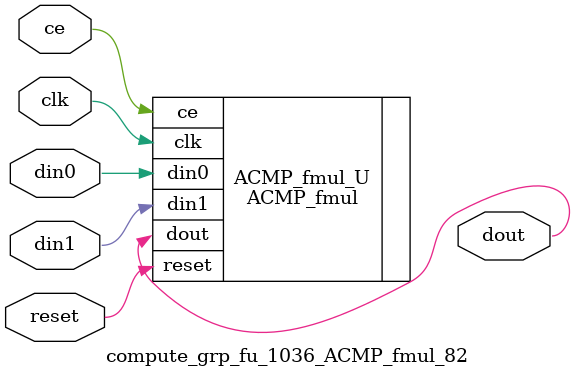
<source format=v>

`timescale 1 ns / 1 ps
module compute_grp_fu_1036_ACMP_fmul_82(
    clk,
    reset,
    ce,
    din0,
    din1,
    dout);

parameter ID = 32'd1;
parameter NUM_STAGE = 32'd1;
parameter din0_WIDTH = 32'd1;
parameter din1_WIDTH = 32'd1;
parameter dout_WIDTH = 32'd1;
input clk;
input reset;
input ce;
input[din0_WIDTH - 1:0] din0;
input[din1_WIDTH - 1:0] din1;
output[dout_WIDTH - 1:0] dout;



ACMP_fmul #(
.ID( ID ),
.NUM_STAGE( 4 ),
.din0_WIDTH( din0_WIDTH ),
.din1_WIDTH( din1_WIDTH ),
.dout_WIDTH( dout_WIDTH ))
ACMP_fmul_U(
    .clk( clk ),
    .reset( reset ),
    .ce( ce ),
    .din0( din0 ),
    .din1( din1 ),
    .dout( dout ));

endmodule

</source>
